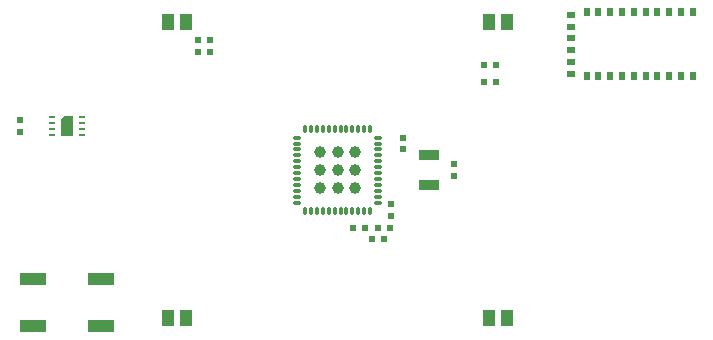
<source format=gtp>
G04 Layer_Color=8421504*
%FSLAX25Y25*%
%MOIN*%
G70*
G01*
G75*
%ADD12R,0.04331X0.05512*%
%ADD13R,0.08661X0.03937*%
%ADD14R,0.02264X0.01969*%
%ADD15R,0.01969X0.02362*%
%ADD16R,0.02165X0.00984*%
%ADD17C,0.00787*%
%ADD18R,0.02362X0.02362*%
%ADD20O,0.01181X0.02756*%
%ADD21O,0.02756X0.01181*%
%ADD23R,0.02362X0.01969*%
%ADD40C,0.03937*%
%ADD41R,0.02756X0.01969*%
%ADD42R,0.01969X0.02756*%
%ADD43R,0.06693X0.03543*%
G36*
X46061Y73622D02*
X42124D01*
Y79134D01*
X43306Y80315D01*
X46061D01*
Y73622D01*
D02*
G37*
D12*
X190842Y12992D02*
D03*
X184936D02*
D03*
X77850Y12992D02*
D03*
X83755D02*
D03*
X184936Y111417D02*
D03*
X190842D02*
D03*
X77850D02*
D03*
X83755D02*
D03*
D13*
X55513Y25982D02*
D03*
X32678D02*
D03*
Y10234D02*
D03*
X55513D02*
D03*
D14*
X187254Y91535D02*
D03*
X183219D02*
D03*
X187254Y97342D02*
D03*
X183219D02*
D03*
D15*
X173031Y64173D02*
D03*
Y60236D02*
D03*
X28445Y75000D02*
D03*
Y78937D02*
D03*
X155999Y69095D02*
D03*
Y73032D02*
D03*
X152062Y50787D02*
D03*
Y46850D02*
D03*
D16*
X49113Y79921D02*
D03*
Y77953D02*
D03*
Y75984D02*
D03*
Y74016D02*
D03*
X39073D02*
D03*
Y75984D02*
D03*
Y79921D02*
D03*
Y77953D02*
D03*
D17*
X44093Y76968D02*
D03*
D18*
X91732Y101575D02*
D03*
X87795D02*
D03*
X91732Y105512D02*
D03*
X87795D02*
D03*
D20*
X123519Y48622D02*
D03*
X125487D02*
D03*
X127456D02*
D03*
X129424D02*
D03*
X131393D02*
D03*
X133361D02*
D03*
X135330D02*
D03*
X137298D02*
D03*
X139267D02*
D03*
X141235D02*
D03*
X143204D02*
D03*
X145173D02*
D03*
Y75787D02*
D03*
X143204D02*
D03*
X141235D02*
D03*
X139267D02*
D03*
X137298D02*
D03*
X135330D02*
D03*
X133361D02*
D03*
X131393D02*
D03*
X129424D02*
D03*
X127456D02*
D03*
X125487D02*
D03*
X123519D02*
D03*
D21*
X147928Y51378D02*
D03*
Y53347D02*
D03*
Y55315D02*
D03*
Y57284D02*
D03*
Y59252D02*
D03*
Y61221D02*
D03*
Y63189D02*
D03*
Y65158D02*
D03*
Y67126D02*
D03*
Y69095D02*
D03*
Y71063D02*
D03*
Y73032D02*
D03*
X120763D02*
D03*
Y71063D02*
D03*
Y69095D02*
D03*
Y67126D02*
D03*
Y65158D02*
D03*
Y63189D02*
D03*
Y61221D02*
D03*
Y59252D02*
D03*
Y57284D02*
D03*
Y55315D02*
D03*
Y53347D02*
D03*
Y51378D02*
D03*
D23*
X147731Y42913D02*
D03*
X151669D02*
D03*
X145763Y39370D02*
D03*
X149700D02*
D03*
X143401Y42913D02*
D03*
X139464D02*
D03*
D40*
X134346Y56299D02*
D03*
X140251D02*
D03*
Y62205D02*
D03*
Y68110D02*
D03*
X134346D02*
D03*
X128440D02*
D03*
Y62205D02*
D03*
Y56299D02*
D03*
X134346Y62205D02*
D03*
D41*
X212205Y94290D02*
D03*
Y98227D02*
D03*
Y102164D02*
D03*
Y106101D02*
D03*
Y110038D02*
D03*
Y113975D02*
D03*
D42*
X252756Y93502D02*
D03*
X248819D02*
D03*
X244882D02*
D03*
X240945D02*
D03*
X237008D02*
D03*
X233071D02*
D03*
X229134D02*
D03*
X225197D02*
D03*
X221260D02*
D03*
X217323D02*
D03*
Y114762D02*
D03*
X221260D02*
D03*
X225197D02*
D03*
X229134D02*
D03*
X233071D02*
D03*
X252756D02*
D03*
X248819D02*
D03*
X244882D02*
D03*
X240945D02*
D03*
X237008D02*
D03*
D43*
X164661Y67126D02*
D03*
Y57284D02*
D03*
M02*

</source>
